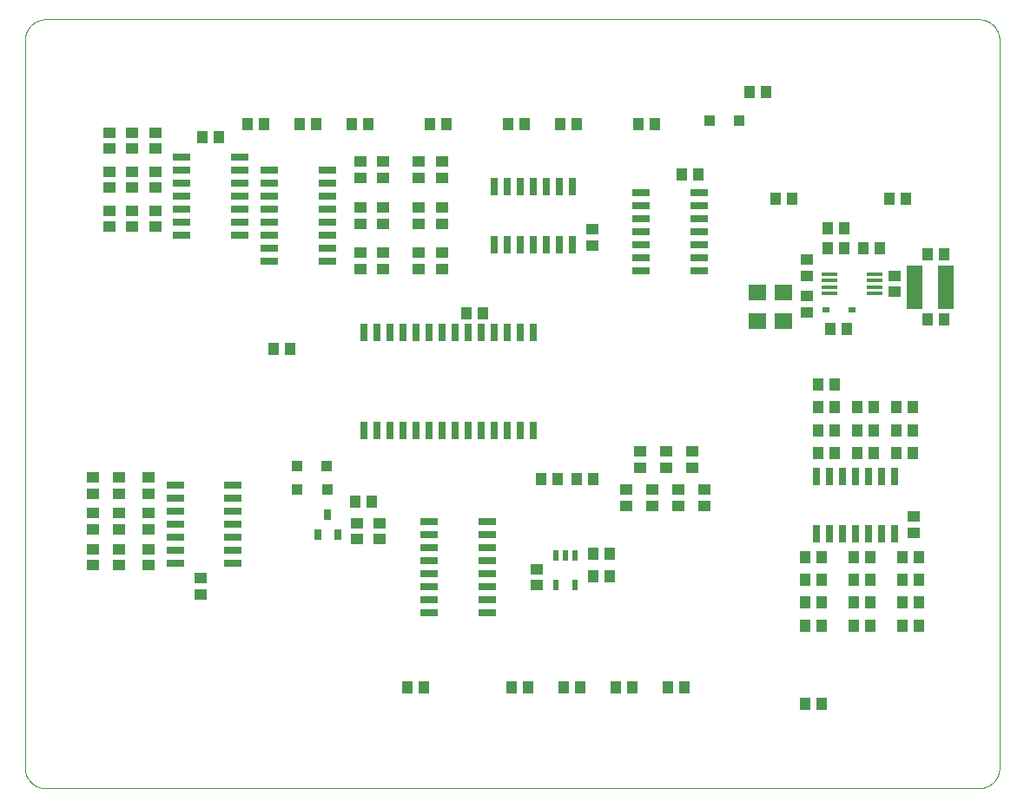
<source format=gtp>
G75*
%MOIN*%
%OFA0B0*%
%FSLAX25Y25*%
%IPPOS*%
%LPD*%
%AMOC8*
5,1,8,0,0,1.08239X$1,22.5*
%
%ADD10C,0.00400*%
%ADD11R,0.06890X0.02756*%
%ADD12R,0.05118X0.04331*%
%ADD13R,0.04331X0.05118*%
%ADD14R,0.02362X0.04331*%
%ADD15R,0.06496X0.01772*%
%ADD16R,0.06299X0.16535*%
%ADD17R,0.07087X0.06299*%
%ADD18R,0.04331X0.04331*%
%ADD19R,0.03150X0.02362*%
%ADD20R,0.02559X0.06693*%
%ADD21R,0.02756X0.06890*%
%ADD22R,0.03150X0.03937*%
D10*
X0036217Y0030429D02*
X0394485Y0030429D01*
X0394675Y0030431D01*
X0394865Y0030438D01*
X0395055Y0030450D01*
X0395245Y0030466D01*
X0395434Y0030486D01*
X0395623Y0030512D01*
X0395811Y0030541D01*
X0395998Y0030576D01*
X0396184Y0030615D01*
X0396369Y0030658D01*
X0396554Y0030706D01*
X0396737Y0030758D01*
X0396918Y0030814D01*
X0397098Y0030875D01*
X0397277Y0030941D01*
X0397454Y0031010D01*
X0397630Y0031084D01*
X0397803Y0031162D01*
X0397975Y0031245D01*
X0398144Y0031331D01*
X0398312Y0031421D01*
X0398477Y0031516D01*
X0398640Y0031614D01*
X0398800Y0031717D01*
X0398958Y0031823D01*
X0399113Y0031933D01*
X0399266Y0032046D01*
X0399416Y0032164D01*
X0399562Y0032285D01*
X0399706Y0032409D01*
X0399847Y0032537D01*
X0399985Y0032668D01*
X0400120Y0032803D01*
X0400251Y0032941D01*
X0400379Y0033082D01*
X0400503Y0033226D01*
X0400624Y0033372D01*
X0400742Y0033522D01*
X0400855Y0033675D01*
X0400965Y0033830D01*
X0401071Y0033988D01*
X0401174Y0034148D01*
X0401272Y0034311D01*
X0401367Y0034476D01*
X0401457Y0034644D01*
X0401543Y0034813D01*
X0401626Y0034985D01*
X0401704Y0035158D01*
X0401778Y0035334D01*
X0401847Y0035511D01*
X0401913Y0035690D01*
X0401974Y0035870D01*
X0402030Y0036051D01*
X0402082Y0036234D01*
X0402130Y0036419D01*
X0402173Y0036604D01*
X0402212Y0036790D01*
X0402247Y0036977D01*
X0402276Y0037165D01*
X0402302Y0037354D01*
X0402322Y0037543D01*
X0402338Y0037733D01*
X0402350Y0037923D01*
X0402357Y0038113D01*
X0402359Y0038303D01*
X0402359Y0317831D01*
X0402357Y0318021D01*
X0402350Y0318211D01*
X0402338Y0318401D01*
X0402322Y0318591D01*
X0402302Y0318780D01*
X0402276Y0318969D01*
X0402247Y0319157D01*
X0402212Y0319344D01*
X0402173Y0319530D01*
X0402130Y0319715D01*
X0402082Y0319900D01*
X0402030Y0320083D01*
X0401974Y0320264D01*
X0401913Y0320444D01*
X0401847Y0320623D01*
X0401778Y0320800D01*
X0401704Y0320976D01*
X0401626Y0321149D01*
X0401543Y0321321D01*
X0401457Y0321490D01*
X0401367Y0321658D01*
X0401272Y0321823D01*
X0401174Y0321986D01*
X0401071Y0322146D01*
X0400965Y0322304D01*
X0400855Y0322459D01*
X0400742Y0322612D01*
X0400624Y0322762D01*
X0400503Y0322908D01*
X0400379Y0323052D01*
X0400251Y0323193D01*
X0400120Y0323331D01*
X0399985Y0323466D01*
X0399847Y0323597D01*
X0399706Y0323725D01*
X0399562Y0323849D01*
X0399416Y0323970D01*
X0399266Y0324088D01*
X0399113Y0324201D01*
X0398958Y0324311D01*
X0398800Y0324417D01*
X0398640Y0324520D01*
X0398477Y0324618D01*
X0398312Y0324713D01*
X0398144Y0324803D01*
X0397975Y0324889D01*
X0397803Y0324972D01*
X0397630Y0325050D01*
X0397454Y0325124D01*
X0397277Y0325193D01*
X0397098Y0325259D01*
X0396918Y0325320D01*
X0396737Y0325376D01*
X0396554Y0325428D01*
X0396369Y0325476D01*
X0396184Y0325519D01*
X0395998Y0325558D01*
X0395811Y0325593D01*
X0395623Y0325622D01*
X0395434Y0325648D01*
X0395245Y0325668D01*
X0395055Y0325684D01*
X0394865Y0325696D01*
X0394675Y0325703D01*
X0394485Y0325705D01*
X0036217Y0325705D01*
X0036027Y0325703D01*
X0035837Y0325696D01*
X0035647Y0325684D01*
X0035457Y0325668D01*
X0035268Y0325648D01*
X0035079Y0325622D01*
X0034891Y0325593D01*
X0034704Y0325558D01*
X0034518Y0325519D01*
X0034333Y0325476D01*
X0034148Y0325428D01*
X0033965Y0325376D01*
X0033784Y0325320D01*
X0033604Y0325259D01*
X0033425Y0325193D01*
X0033248Y0325124D01*
X0033072Y0325050D01*
X0032899Y0324972D01*
X0032727Y0324889D01*
X0032558Y0324803D01*
X0032390Y0324713D01*
X0032225Y0324618D01*
X0032062Y0324520D01*
X0031902Y0324417D01*
X0031744Y0324311D01*
X0031589Y0324201D01*
X0031436Y0324088D01*
X0031286Y0323970D01*
X0031140Y0323849D01*
X0030996Y0323725D01*
X0030855Y0323597D01*
X0030717Y0323466D01*
X0030582Y0323331D01*
X0030451Y0323193D01*
X0030323Y0323052D01*
X0030199Y0322908D01*
X0030078Y0322762D01*
X0029960Y0322612D01*
X0029847Y0322459D01*
X0029737Y0322304D01*
X0029631Y0322146D01*
X0029528Y0321986D01*
X0029430Y0321823D01*
X0029335Y0321658D01*
X0029245Y0321490D01*
X0029159Y0321321D01*
X0029076Y0321149D01*
X0028998Y0320976D01*
X0028924Y0320800D01*
X0028855Y0320623D01*
X0028789Y0320444D01*
X0028728Y0320264D01*
X0028672Y0320083D01*
X0028620Y0319900D01*
X0028572Y0319715D01*
X0028529Y0319530D01*
X0028490Y0319344D01*
X0028455Y0319157D01*
X0028426Y0318969D01*
X0028400Y0318780D01*
X0028380Y0318591D01*
X0028364Y0318401D01*
X0028352Y0318211D01*
X0028345Y0318021D01*
X0028343Y0317831D01*
X0028343Y0038303D01*
X0028345Y0038113D01*
X0028352Y0037923D01*
X0028364Y0037733D01*
X0028380Y0037543D01*
X0028400Y0037354D01*
X0028426Y0037165D01*
X0028455Y0036977D01*
X0028490Y0036790D01*
X0028529Y0036604D01*
X0028572Y0036419D01*
X0028620Y0036234D01*
X0028672Y0036051D01*
X0028728Y0035870D01*
X0028789Y0035690D01*
X0028855Y0035511D01*
X0028924Y0035334D01*
X0028998Y0035158D01*
X0029076Y0034985D01*
X0029159Y0034813D01*
X0029245Y0034644D01*
X0029335Y0034476D01*
X0029430Y0034311D01*
X0029528Y0034148D01*
X0029631Y0033988D01*
X0029737Y0033830D01*
X0029847Y0033675D01*
X0029960Y0033522D01*
X0030078Y0033372D01*
X0030199Y0033226D01*
X0030323Y0033082D01*
X0030451Y0032941D01*
X0030582Y0032803D01*
X0030717Y0032668D01*
X0030855Y0032537D01*
X0030996Y0032409D01*
X0031140Y0032285D01*
X0031286Y0032164D01*
X0031436Y0032046D01*
X0031589Y0031933D01*
X0031744Y0031823D01*
X0031902Y0031717D01*
X0032062Y0031614D01*
X0032225Y0031516D01*
X0032390Y0031421D01*
X0032558Y0031331D01*
X0032727Y0031245D01*
X0032899Y0031162D01*
X0033072Y0031084D01*
X0033248Y0031010D01*
X0033425Y0030941D01*
X0033604Y0030875D01*
X0033784Y0030814D01*
X0033965Y0030758D01*
X0034148Y0030706D01*
X0034333Y0030658D01*
X0034518Y0030615D01*
X0034704Y0030576D01*
X0034891Y0030541D01*
X0035079Y0030512D01*
X0035268Y0030486D01*
X0035457Y0030466D01*
X0035647Y0030450D01*
X0035837Y0030438D01*
X0036027Y0030431D01*
X0036217Y0030429D01*
D11*
X0085971Y0116679D03*
X0085971Y0121679D03*
X0085971Y0126679D03*
X0085971Y0131679D03*
X0085971Y0136679D03*
X0085971Y0141679D03*
X0085971Y0146679D03*
X0108215Y0146679D03*
X0108215Y0141679D03*
X0108215Y0136679D03*
X0108215Y0131679D03*
X0108215Y0126679D03*
X0108215Y0121679D03*
X0108215Y0116679D03*
X0183471Y0117929D03*
X0183471Y0112929D03*
X0183471Y0107929D03*
X0183471Y0102929D03*
X0183471Y0097929D03*
X0205715Y0097929D03*
X0205715Y0102929D03*
X0205715Y0107929D03*
X0205715Y0112929D03*
X0205715Y0117929D03*
X0205715Y0122929D03*
X0205715Y0127929D03*
X0205715Y0132929D03*
X0183471Y0132929D03*
X0183471Y0127929D03*
X0183471Y0122929D03*
X0264721Y0229179D03*
X0264721Y0234179D03*
X0264721Y0239179D03*
X0264721Y0244179D03*
X0264721Y0249179D03*
X0264721Y0254179D03*
X0264721Y0259179D03*
X0286965Y0259179D03*
X0286965Y0254179D03*
X0286965Y0249179D03*
X0286965Y0244179D03*
X0286965Y0239179D03*
X0286965Y0234179D03*
X0286965Y0229179D03*
X0144465Y0232929D03*
X0144465Y0237929D03*
X0144465Y0242929D03*
X0144465Y0247929D03*
X0144465Y0252929D03*
X0144465Y0257929D03*
X0144465Y0262929D03*
X0144465Y0267929D03*
X0122221Y0267929D03*
X0122221Y0262929D03*
X0122221Y0257929D03*
X0122221Y0252929D03*
X0122221Y0247929D03*
X0122221Y0242929D03*
X0122221Y0237929D03*
X0122221Y0232929D03*
X0110715Y0242929D03*
X0110715Y0247929D03*
X0110715Y0252929D03*
X0110715Y0257929D03*
X0110715Y0262929D03*
X0110715Y0267929D03*
X0110715Y0272929D03*
X0088471Y0272929D03*
X0088471Y0267929D03*
X0088471Y0262929D03*
X0088471Y0257929D03*
X0088471Y0252929D03*
X0088471Y0247929D03*
X0088471Y0242929D03*
D12*
X0078343Y0246030D03*
X0078343Y0252329D03*
X0069593Y0252329D03*
X0069593Y0246030D03*
X0060843Y0246030D03*
X0060843Y0252329D03*
X0060843Y0261030D03*
X0060843Y0267329D03*
X0069593Y0267329D03*
X0069593Y0261030D03*
X0078343Y0261030D03*
X0078343Y0267329D03*
X0078343Y0276030D03*
X0078343Y0282329D03*
X0069593Y0282329D03*
X0069593Y0276030D03*
X0060843Y0276030D03*
X0060843Y0282329D03*
X0157093Y0271079D03*
X0157093Y0264780D03*
X0165843Y0264780D03*
X0165843Y0271079D03*
X0179593Y0271079D03*
X0179593Y0264780D03*
X0188343Y0264780D03*
X0188343Y0271079D03*
X0188343Y0253579D03*
X0188343Y0247280D03*
X0179593Y0247280D03*
X0179593Y0253579D03*
X0165843Y0253579D03*
X0165843Y0247280D03*
X0157093Y0247280D03*
X0157093Y0253579D03*
X0157093Y0236079D03*
X0157093Y0229780D03*
X0165843Y0229780D03*
X0165843Y0236079D03*
X0179593Y0236079D03*
X0179593Y0229780D03*
X0188343Y0229780D03*
X0188343Y0236079D03*
X0246257Y0238766D03*
X0246257Y0245065D03*
X0328343Y0233579D03*
X0328343Y0227280D03*
X0328314Y0219573D03*
X0328314Y0213274D03*
X0362093Y0221030D03*
X0362093Y0227329D03*
X0284593Y0159829D03*
X0284593Y0153530D03*
X0289209Y0145016D03*
X0289209Y0138717D03*
X0279209Y0138717D03*
X0279209Y0145016D03*
X0274593Y0153530D03*
X0274593Y0159829D03*
X0264593Y0159829D03*
X0264593Y0153530D03*
X0269209Y0145016D03*
X0269209Y0138717D03*
X0259209Y0138717D03*
X0259209Y0145016D03*
X0224790Y0114642D03*
X0224790Y0108343D03*
X0164593Y0126030D03*
X0164593Y0132329D03*
X0155843Y0132329D03*
X0155843Y0126030D03*
X0095843Y0111079D03*
X0095843Y0104780D03*
X0075843Y0116030D03*
X0075843Y0122329D03*
X0075843Y0129780D03*
X0075843Y0136079D03*
X0075843Y0143530D03*
X0075843Y0149829D03*
X0064593Y0149829D03*
X0064593Y0143530D03*
X0064593Y0136079D03*
X0064593Y0129780D03*
X0064593Y0122329D03*
X0064593Y0116030D03*
X0054593Y0116030D03*
X0054593Y0122329D03*
X0054593Y0129780D03*
X0054593Y0136079D03*
X0054593Y0143530D03*
X0054593Y0149829D03*
X0369593Y0134829D03*
X0369593Y0128530D03*
D13*
X0371493Y0119179D03*
X0365194Y0119179D03*
X0365194Y0110429D03*
X0371493Y0110429D03*
X0371493Y0101679D03*
X0365194Y0101679D03*
X0365194Y0092929D03*
X0371493Y0092929D03*
X0352743Y0092929D03*
X0346444Y0092929D03*
X0346444Y0101679D03*
X0352743Y0101679D03*
X0352743Y0110429D03*
X0346444Y0110429D03*
X0346444Y0119179D03*
X0352743Y0119179D03*
X0333993Y0119179D03*
X0327694Y0119179D03*
X0327694Y0110429D03*
X0333993Y0110429D03*
X0333993Y0101679D03*
X0327694Y0101679D03*
X0327694Y0092929D03*
X0333993Y0092929D03*
X0333993Y0062929D03*
X0327694Y0062929D03*
X0281493Y0069179D03*
X0275194Y0069179D03*
X0261493Y0069179D03*
X0255194Y0069179D03*
X0241493Y0069179D03*
X0235194Y0069179D03*
X0221493Y0069179D03*
X0215194Y0069179D03*
X0181493Y0069179D03*
X0175194Y0069179D03*
X0246444Y0111679D03*
X0252743Y0111679D03*
X0252743Y0120429D03*
X0246444Y0120429D03*
X0246493Y0149179D03*
X0240194Y0149179D03*
X0232743Y0149179D03*
X0226444Y0149179D03*
X0161493Y0140429D03*
X0155194Y0140429D03*
X0130243Y0199179D03*
X0123944Y0199179D03*
X0197694Y0212929D03*
X0203993Y0212929D03*
X0280577Y0266315D03*
X0286877Y0266315D03*
X0270243Y0285429D03*
X0263944Y0285429D03*
X0240243Y0285429D03*
X0233944Y0285429D03*
X0220243Y0285429D03*
X0213944Y0285429D03*
X0190243Y0285429D03*
X0183944Y0285429D03*
X0160243Y0285429D03*
X0153944Y0285429D03*
X0140243Y0285429D03*
X0133944Y0285429D03*
X0120243Y0285429D03*
X0113944Y0285429D03*
X0102743Y0280429D03*
X0096444Y0280429D03*
X0306444Y0297929D03*
X0312743Y0297929D03*
X0316444Y0256679D03*
X0322743Y0256679D03*
X0336444Y0245429D03*
X0342743Y0245429D03*
X0342743Y0237929D03*
X0336444Y0237929D03*
X0350194Y0237929D03*
X0356493Y0237929D03*
X0374938Y0235459D03*
X0381237Y0235459D03*
X0366493Y0256679D03*
X0360194Y0256679D03*
X0374938Y0210459D03*
X0381237Y0210459D03*
X0368993Y0176679D03*
X0362694Y0176679D03*
X0353993Y0176679D03*
X0347694Y0176679D03*
X0338993Y0176679D03*
X0332694Y0176679D03*
X0332694Y0185429D03*
X0338993Y0185429D03*
X0338993Y0167929D03*
X0332694Y0167929D03*
X0332694Y0159179D03*
X0338993Y0159179D03*
X0347694Y0159179D03*
X0353993Y0159179D03*
X0362694Y0159179D03*
X0368993Y0159179D03*
X0368993Y0167929D03*
X0362694Y0167929D03*
X0353993Y0167929D03*
X0347694Y0167929D03*
X0343737Y0206709D03*
X0337438Y0206709D03*
D14*
X0239583Y0119691D03*
X0235843Y0119691D03*
X0232103Y0119691D03*
X0232103Y0108667D03*
X0239583Y0108667D03*
D15*
X0337182Y0220429D03*
X0337182Y0222929D03*
X0337182Y0225429D03*
X0337182Y0227929D03*
X0354505Y0227929D03*
X0354505Y0225429D03*
X0354505Y0222929D03*
X0354505Y0220429D03*
D16*
X0369938Y0222929D03*
X0381749Y0222929D03*
D17*
X0319593Y0220941D03*
X0309593Y0220941D03*
X0309593Y0209917D03*
X0319593Y0209917D03*
D18*
X0302546Y0286709D03*
X0291129Y0286709D03*
X0144052Y0154179D03*
X0144288Y0145016D03*
X0132871Y0145016D03*
X0132635Y0154179D03*
D19*
X0335922Y0214179D03*
X0345764Y0214179D03*
D20*
X0223343Y0205498D03*
X0218343Y0205498D03*
X0213343Y0205498D03*
X0208343Y0205498D03*
X0203343Y0205498D03*
X0198343Y0205498D03*
X0193343Y0205498D03*
X0188343Y0205498D03*
X0183343Y0205498D03*
X0178343Y0205498D03*
X0173343Y0205498D03*
X0168343Y0205498D03*
X0163343Y0205498D03*
X0158343Y0205498D03*
X0158343Y0167860D03*
X0163343Y0167860D03*
X0168343Y0167860D03*
X0173343Y0167860D03*
X0178343Y0167860D03*
X0183343Y0167860D03*
X0188343Y0167860D03*
X0193343Y0167860D03*
X0198343Y0167860D03*
X0203343Y0167860D03*
X0208343Y0167860D03*
X0213343Y0167860D03*
X0218343Y0167860D03*
X0223343Y0167860D03*
D21*
X0223343Y0239307D03*
X0218343Y0239307D03*
X0213343Y0239307D03*
X0208343Y0239307D03*
X0228343Y0239307D03*
X0233343Y0239307D03*
X0238343Y0239307D03*
X0238343Y0261551D03*
X0233343Y0261551D03*
X0228343Y0261551D03*
X0223343Y0261551D03*
X0218343Y0261551D03*
X0213343Y0261551D03*
X0208343Y0261551D03*
X0332093Y0150301D03*
X0337093Y0150301D03*
X0342093Y0150301D03*
X0347093Y0150301D03*
X0352093Y0150301D03*
X0357093Y0150301D03*
X0362093Y0150301D03*
X0362093Y0128057D03*
X0357093Y0128057D03*
X0352093Y0128057D03*
X0347093Y0128057D03*
X0342093Y0128057D03*
X0337093Y0128057D03*
X0332093Y0128057D03*
D22*
X0148333Y0127742D03*
X0140853Y0127742D03*
X0144593Y0135616D03*
M02*

</source>
